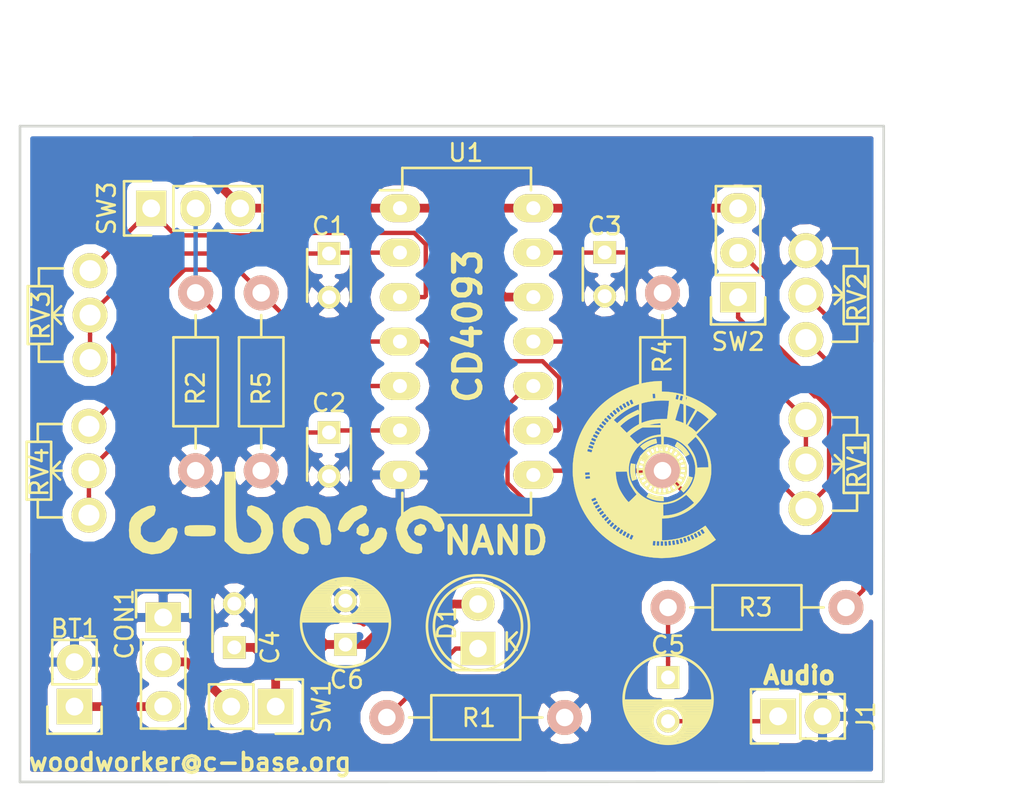
<source format=kicad_pcb>
(kicad_pcb (version 4) (host pcbnew 4.0.2-4+6225~38~ubuntu15.10.1-stable)
  (layers (0 F.Cu signal) (31 B.Cu signal) (34 B.Paste user) (35 F.Paste user) (36 B.SilkS user) (37 F.SilkS user) (38 B.Mask user) (39 F.Mask user) (44 Edge.Cuts user))
  (net 0 "")
  (net 1 "Net-(BT1-Pad1)")
  (net 2 GND)
  (net 3 "Net-(C1-Pad1)")
  (net 4 "Net-(C2-Pad1)")
  (net 5 "Net-(C3-Pad1)")
  (net 6 +9V)
  (net 7 "Net-(C5-Pad1)")
  (net 8 "Net-(C5-Pad2)")
  (net 9 "Net-(CON1-Pad2)")
  (net 10 "Net-(D1-Pad1)")
  (net 11 "Net-(R2-Pad1)")
  (net 12 "Net-(R3-Pad2)")
  (net 13 "Net-(R4-Pad1)")
  (net 14 "Net-(R5-Pad1)")
  (net 15 "Net-(RV1-Pad3)")
  (net 16 "Net-(RV2-Pad3)")
  (net 17 "Net-(RV3-Pad3)")
  (module Resistors_ThroughHole:Resistor_Horizontal_RM10mm (layer F.Cu) (at 191.643 116.332)
    (fp_text reference R1 (at 5.2578 0.0254) (layer F.SilkS))
    (fp_text value 1K)
    (pad 1 thru_hole circle (at 0 0) (size 1.99898 1.99898) (drill 1.00076) (layers *.Cu *.SilkS *.Mask) (net 10 "Net-(D1-Pad1)"))
    (pad 2 thru_hole circle (at 10.16 0) (size 1.99898 1.99898) (drill 1.00076) (layers *.Cu *.SilkS *.Mask) (net 2 GND))
  )
  (module Pin_Headers:Pin_Header_Straight_1x02 (layer F.Cu) (at 173.7995 115.7097 180)
    (fp_text reference BT1 (at 0 4.4577 180) (layer F.SilkS))
    (fp_text value Battery)
    (pad 1 thru_hole rect (at 0 0 180) (size 2.032 2.032) (drill 1.016) (layers *.Cu *.Mask F.SilkS) (net 1 "Net-(BT1-Pad1)"))
    (pad 2 thru_hole oval (at 0 2.54 180) (size 2.032 2.032) (drill 1.016) (layers *.Cu *.Mask F.SilkS) (net 2 GND))
  )
  (module Capacitors_ThroughHole:C_Disc_D3_P2.5 (layer F.Cu) (at 188.341 89.829 270)
    (fp_text reference C1 (at -1.564 0 360) (layer F.SilkS))
    (fp_text value 0.1uF)
    (pad 1 thru_hole rect (at 0 0 270) (size 1.3 1.3) (drill 0.8) (layers *.Cu *.Mask F.SilkS) (net 3 "Net-(C1-Pad1)"))
    (pad 2 thru_hole circle (at 2.5 0 270) (size 1.3 1.3) (drill 0.8001) (layers *.Cu *.Mask F.SilkS) (net 2 GND))
  )
  (module Capacitors_ThroughHole:C_Disc_D3_P2.5 (layer F.Cu) (at 188.341 100.0525 270)
    (fp_text reference C2 (at -1.691 0 540) (layer F.SilkS))
    (fp_text value 0.1uF)
    (pad 1 thru_hole rect (at 0 0 270) (size 1.3 1.3) (drill 0.8) (layers *.Cu *.Mask F.SilkS) (net 4 "Net-(C2-Pad1)"))
    (pad 2 thru_hole circle (at 2.5 0 270) (size 1.3 1.3) (drill 0.8001) (layers *.Cu *.Mask F.SilkS) (net 2 GND))
  )
  (module Capacitors_ThroughHole:C_Disc_D3_P2.5 (layer F.Cu) (at 204.089 89.7655 270)
    (fp_text reference C3 (at -1.5005 0 540) (layer F.SilkS))
    (fp_text value 0.1uF)
    (pad 1 thru_hole rect (at 0 0 270) (size 1.3 1.3) (drill 0.8) (layers *.Cu *.Mask F.SilkS) (net 5 "Net-(C3-Pad1)"))
    (pad 2 thru_hole circle (at 2.5 0 270) (size 1.3 1.3) (drill 0.8001) (layers *.Cu *.Mask F.SilkS) (net 2 GND))
  )
  (module Capacitors_ThroughHole:C_Disc_D3_P2.5 (layer F.Cu) (at 182.9308 112.3296 90)
    (fp_text reference C4 (at -0.0019 2.0447 270) (layer F.SilkS))
    (fp_text value 0.1uF)
    (pad 1 thru_hole rect (at 0 0 90) (size 1.3 1.3) (drill 0.8) (layers *.Cu *.Mask F.SilkS) (net 6 +9V))
    (pad 2 thru_hole circle (at 2.5 0 90) (size 1.3 1.3) (drill 0.8001) (layers *.Cu *.Mask F.SilkS) (net 2 GND))
  )
  (module Capacitors_ThroughHole:C_Radial_D5_L6_P2.5 (layer F.Cu) (at 207.7085 114.046 270)
    (fp_text reference C5 (at -1.8415 0 360) (layer F.SilkS))
    (fp_text value 2.2uF)
    (pad 1 thru_hole rect (at 0 0 270) (size 1.3 1.3) (drill 0.8) (layers *.Cu *.Mask F.SilkS) (net 7 "Net-(C5-Pad1)"))
    (pad 2 thru_hole circle (at 2.5 0 270) (size 1.3 1.3) (drill 0.8) (layers *.Cu *.Mask F.SilkS) (net 8 "Net-(C5-Pad2)"))
  )
  (module Capacitors_ThroughHole:C_Radial_D5_L6_P2.5 (layer F.Cu) (at 189.2808 112.1645 90)
    (fp_text reference C6 (at -2.0085 0.0762 360) (layer F.SilkS))
    (fp_text value 100uF)
    (pad 1 thru_hole rect (at 0 0 90) (size 1.3 1.3) (drill 0.8) (layers *.Cu *.Mask F.SilkS) (net 6 +9V))
    (pad 2 thru_hole circle (at 2.5 0 90) (size 1.3 1.3) (drill 0.8) (layers *.Cu *.Mask F.SilkS) (net 2 GND))
  )
  (module Pin_Headers:Pin_Header_Straight_1x03 (layer F.Cu) (at 178.8668 110.617)
    (fp_text reference CON1 (at -2.2098 0.381 90) (layer F.SilkS))
    (fp_text value BARREL_JACK)
    (pad 1 thru_hole rect (at 0 0) (size 2.032 1.7272) (drill 1.016) (layers *.Cu *.Mask F.SilkS) (net 2 GND))
    (pad 2 thru_hole oval (at 0 2.54) (size 2.032 1.7272) (drill 1.016) (layers *.Cu *.Mask F.SilkS) (net 9 "Net-(CON1-Pad2)"))
    (pad 3 thru_hole oval (at 0 5.08) (size 2.032 1.7272) (drill 1.016) (layers *.Cu *.Mask F.SilkS) (net 1 "Net-(BT1-Pad1)"))
  )
  (module LEDs:LED-5MM (layer F.Cu) (at 196.85 112.395 90)
    (fp_text reference D1 (at 1.4605 -1.778 90) (layer F.SilkS))
    (fp_text value LED)
    (fp_text user K (at 0.381 1.905 180) (layer F.SilkS))
    (pad 1 thru_hole rect (at 0 0 180) (size 2 1.9) (drill 1.00076) (layers *.Cu *.Mask F.SilkS) (net 10 "Net-(D1-Pad1)"))
    (pad 2 thru_hole circle (at 2.54 0 90) (size 1.9 1.9) (drill 1.00076) (layers *.Cu *.Mask F.SilkS) (net 6 +9V))
  )
  (module Pin_Headers:Pin_Header_Straight_1x02 (layer F.Cu) (at 213.995 116.2685 90)
    (fp_text reference J1 (at 0 5.0165 90) (layer F.SilkS))
    (fp_text value JACK_MONO)
    (pad 1 thru_hole rect (at 0 0 90) (size 2.032 2.032) (drill 1.016) (layers *.Cu *.Mask F.SilkS) (net 8 "Net-(C5-Pad2)"))
    (pad 2 thru_hole oval (at 0 2.54 90) (size 2.032 2.032) (drill 1.016) (layers *.Cu *.Mask F.SilkS) (net 2 GND))
  )
  (module Resistors_ThroughHole:Resistor_Horizontal_RM10mm (layer F.Cu) (at 180.721 92.075 270)
    (fp_text reference R2 (at 5.4483 0 270) (layer F.SilkS))
    (fp_text value 100K)
    (pad 1 thru_hole circle (at 0 0 270) (size 1.99898 1.99898) (drill 1.00076) (layers *.Cu *.SilkS *.Mask) (net 11 "Net-(R2-Pad1)"))
    (pad 2 thru_hole circle (at 10.16 0 270) (size 1.99898 1.99898) (drill 1.00076) (layers *.Cu *.SilkS *.Mask) (net 2 GND))
  )
  (module Resistors_ThroughHole:Resistor_Horizontal_RM10mm (layer F.Cu) (at 207.7085 110.0455)
    (fp_text reference R3 (at 4.9911 0) (layer F.SilkS))
    (fp_text value 100K)
    (pad 1 thru_hole circle (at 0 0) (size 1.99898 1.99898) (drill 1.00076) (layers *.Cu *.SilkS *.Mask) (net 7 "Net-(C5-Pad1)"))
    (pad 2 thru_hole circle (at 10.16 0) (size 1.99898 1.99898) (drill 1.00076) (layers *.Cu *.SilkS *.Mask) (net 12 "Net-(R3-Pad2)"))
  )
  (module Resistors_ThroughHole:Resistor_Horizontal_RM10mm (layer F.Cu) (at 207.391 102.235 90)
    (fp_text reference R4 (at 6.5405 0 90) (layer F.SilkS))
    (fp_text value 100K)
    (pad 1 thru_hole circle (at 0 0 90) (size 1.99898 1.99898) (drill 1.00076) (layers *.Cu *.SilkS *.Mask) (net 13 "Net-(R4-Pad1)"))
    (pad 2 thru_hole circle (at 10.16 0 90) (size 1.99898 1.99898) (drill 1.00076) (layers *.Cu *.SilkS *.Mask) (net 2 GND))
  )
  (module Resistors_ThroughHole:Resistor_Horizontal_RM10mm (layer F.Cu) (at 184.4675 92.075 270)
    (fp_text reference R5 (at 5.461 0 270) (layer F.SilkS))
    (fp_text value 100K)
    (pad 1 thru_hole circle (at 0 0 270) (size 1.99898 1.99898) (drill 1.00076) (layers *.Cu *.SilkS *.Mask) (net 14 "Net-(R5-Pad1)"))
    (pad 2 thru_hole circle (at 10.16 0 270) (size 1.99898 1.99898) (drill 1.00076) (layers *.Cu *.SilkS *.Mask) (net 2 GND))
  )
  (module Potentiometers:Potentiometer_WirePads_Small (layer F.Cu) (at 215.5825 99.314)
    (fp_text reference RV1 (at 2.921 2.54 270) (layer F.SilkS))
    (fp_text value 1M)
    (pad 2 thru_hole circle (at 0 2.54) (size 1.99898 1.99898) (drill 1.19888) (layers *.Cu *.Mask F.SilkS) (net 5 "Net-(C3-Pad1)"))
    (pad 3 thru_hole circle (at 0 5.08) (size 1.99898 1.99898) (drill 1.19888) (layers *.Cu *.Mask F.SilkS) (net 15 "Net-(RV1-Pad3)"))
    (pad 1 thru_hole circle (at 0 0) (size 1.99898 1.99898) (drill 1.19888) (layers *.Cu *.Mask F.SilkS) (net 5 "Net-(C3-Pad1)"))
  )
  (module Potentiometers:Potentiometer_WirePads_Small (layer F.Cu) (at 215.5825 89.662)
    (fp_text reference RV2 (at 2.921 2.667 90) (layer F.SilkS))
    (fp_text value 100KA)
    (pad 2 thru_hole circle (at 0 2.54) (size 1.99898 1.99898) (drill 1.19888) (layers *.Cu *.Mask F.SilkS) (net 12 "Net-(R3-Pad2)"))
    (pad 3 thru_hole circle (at 0 5.08) (size 1.99898 1.99898) (drill 1.19888) (layers *.Cu *.Mask F.SilkS) (net 16 "Net-(RV2-Pad3)"))
    (pad 1 thru_hole circle (at 0 0) (size 1.99898 1.99898) (drill 1.19888) (layers *.Cu *.Mask F.SilkS) (net 2 GND))
  )
  (module Potentiometers:Potentiometer_WirePads_Small (layer F.Cu) (at 174.6885 95.885 180)
    (fp_text reference RV3 (at 2.8194 2.5273 270) (layer F.SilkS))
    (fp_text value 1M)
    (pad 2 thru_hole circle (at 0 2.54 180) (size 1.99898 1.99898) (drill 1.19888) (layers *.Cu *.Mask F.SilkS) (net 3 "Net-(C1-Pad1)"))
    (pad 3 thru_hole circle (at 0 5.08 180) (size 1.99898 1.99898) (drill 1.19888) (layers *.Cu *.Mask F.SilkS) (net 17 "Net-(RV3-Pad3)"))
    (pad 1 thru_hole circle (at 0 0 180) (size 1.99898 1.99898) (drill 1.19888) (layers *.Cu *.Mask F.SilkS) (net 3 "Net-(C1-Pad1)"))
  )
  (module Potentiometers:Potentiometer_WirePads_Small (layer F.Cu) (at 174.625 104.775 180)
    (fp_text reference RV4 (at 2.8321 2.4511 270) (layer F.SilkS))
    (fp_text value 100K)
    (pad 2 thru_hole circle (at 0 2.54 180) (size 1.99898 1.99898) (drill 1.19888) (layers *.Cu *.Mask F.SilkS) (net 4 "Net-(C2-Pad1)"))
    (pad 3 thru_hole circle (at 0 5.08 180) (size 1.99898 1.99898) (drill 1.19888) (layers *.Cu *.Mask F.SilkS) (net 14 "Net-(R5-Pad1)"))
    (pad 1 thru_hole circle (at 0 0 180) (size 1.99898 1.99898) (drill 1.19888) (layers *.Cu *.Mask F.SilkS) (net 4 "Net-(C2-Pad1)"))
  )
  (module Pin_Headers:Pin_Header_Straight_1x02 (layer F.Cu) (at 185.293 115.7097 270)
    (fp_text reference SW1 (at 0 -2.6162 270) (layer F.SilkS))
    (fp_text value SPST)
    (pad 1 thru_hole rect (at 0 0 270) (size 2.032 2.032) (drill 1.016) (layers *.Cu *.Mask F.SilkS) (net 6 +9V))
    (pad 2 thru_hole oval (at 0 2.54 270) (size 2.032 2.032) (drill 1.016) (layers *.Cu *.Mask F.SilkS) (net 9 "Net-(CON1-Pad2)"))
  )
  (module Pin_Headers:Pin_Header_Straight_1x03 (layer F.Cu) (at 211.709 92.329 180)
    (fp_text reference SW2 (at 0 -2.54 180) (layer F.SilkS))
    (fp_text value SWITCH_INV)
    (pad 1 thru_hole rect (at 0 0 180) (size 2.032 1.7272) (drill 1.016) (layers *.Cu *.Mask F.SilkS) (net 15 "Net-(RV1-Pad3)"))
    (pad 2 thru_hole oval (at 0 2.54 180) (size 2.032 1.7272) (drill 1.016) (layers *.Cu *.Mask F.SilkS) (net 13 "Net-(R4-Pad1)"))
    (pad 3 thru_hole oval (at 0 5.08 180) (size 2.032 1.7272) (drill 1.016) (layers *.Cu *.Mask F.SilkS) (net 6 +9V))
  )
  (module Pin_Headers:Pin_Header_Straight_1x03 (layer F.Cu) (at 178.181 87.249 90)
    (fp_text reference SW3 (at 0 -2.54 90) (layer F.SilkS))
    (fp_text value SWITCH_INV)
    (pad 1 thru_hole rect (at 0 0 90) (size 2.032 1.7272) (drill 1.016) (layers *.Cu *.Mask F.SilkS) (net 17 "Net-(RV3-Pad3)"))
    (pad 2 thru_hole oval (at 0 2.54 90) (size 2.032 1.7272) (drill 1.016) (layers *.Cu *.Mask F.SilkS) (net 11 "Net-(R2-Pad1)"))
    (pad 3 thru_hole oval (at 0 5.08 90) (size 2.032 1.7272) (drill 1.016) (layers *.Cu *.Mask F.SilkS) (net 6 +9V))
  )
  (module Housings_DIP:DIP-14_W7.62mm_LongPads (layer F.Cu) (at 192.3923 87.2363)
    (fp_text reference U1 (at 3.7592 -3.1623) (layer F.SilkS))
    (fp_text value 4093)
    (pad 1 thru_hole oval (at 0 0) (size 2.3 1.6) (drill 0.8) (layers *.Cu *.Mask F.SilkS) (net 6 +9V))
    (pad 2 thru_hole oval (at 0 2.54) (size 2.3 1.6) (drill 0.8) (layers *.Cu *.Mask F.SilkS) (net 3 "Net-(C1-Pad1)"))
    (pad 3 thru_hole oval (at 0 5.08) (size 2.3 1.6) (drill 0.8) (layers *.Cu *.Mask F.SilkS) (net 17 "Net-(RV3-Pad3)"))
    (pad 4 thru_hole oval (at 0 7.62) (size 2.3 1.6) (drill 0.8) (layers *.Cu *.Mask F.SilkS) (net 14 "Net-(R5-Pad1)"))
    (pad 5 thru_hole oval (at 0 10.16) (size 2.3 1.6) (drill 0.8) (layers *.Cu *.Mask F.SilkS) (net 11 "Net-(R2-Pad1)"))
    (pad 6 thru_hole oval (at 0 12.7) (size 2.3 1.6) (drill 0.8) (layers *.Cu *.Mask F.SilkS) (net 4 "Net-(C2-Pad1)"))
    (pad 7 thru_hole oval (at 0 15.24) (size 2.3 1.6) (drill 0.8) (layers *.Cu *.Mask F.SilkS) (net 2 GND))
    (pad 8 thru_hole oval (at 7.62 15.24) (size 2.3 1.6) (drill 0.8) (layers *.Cu *.Mask F.SilkS) (net 13 "Net-(R4-Pad1)"))
    (pad 9 thru_hole oval (at 7.62 12.7) (size 2.3 1.6) (drill 0.8) (layers *.Cu *.Mask F.SilkS) (net 14 "Net-(R5-Pad1)"))
    (pad 10 thru_hole oval (at 7.62 10.16) (size 2.3 1.6) (drill 0.8) (layers *.Cu *.Mask F.SilkS) (net 16 "Net-(RV2-Pad3)"))
    (pad 11 thru_hole oval (at 7.62 7.62) (size 2.3 1.6) (drill 0.8) (layers *.Cu *.Mask F.SilkS) (net 15 "Net-(RV1-Pad3)"))
    (pad 12 thru_hole oval (at 7.62 5.08) (size 2.3 1.6) (drill 0.8) (layers *.Cu *.Mask F.SilkS) (net 6 +9V))
    (pad 13 thru_hole oval (at 7.62 2.54) (size 2.3 1.6) (drill 0.8) (layers *.Cu *.Mask F.SilkS) (net 5 "Net-(C3-Pad1)"))
    (pad 14 thru_hole oval (at 7.62 0) (size 2.3 1.6) (drill 0.8) (layers *.Cu *.Mask F.SilkS) (net 6 +9V))
  )
  (module kicad-cbase:c-base-logo-ceva (layer F.Cu) (at 185.928 104.7115)
    (fp_text reference G*** hide)
    (fp_text value LOGO hide)
  )
  (module kicad-cbase:c-base (layer F.Cu) (at 206.375 102.1715)
    (fp_text reference G*** hide)
    (fp_text value LOGO hide)
  )
  (gr_text woodworker@c-base.org (at 180.4035 118.872) (layer F.SilkS) (effects (font (size 1 1) (thickness 0.2))))
  (gr_text CD4093 (at 196.2785 93.98 90) (layer F.SilkS) (effects (font (size 1.5 1.5) (thickness 0.3))))
  (gr_text Audio (at 215.2015 113.919) (layer F.SilkS) (effects (font (size 1 1) (thickness 0.25))))
  (gr_text NAND (at 197.866 106.2355) (layer F.SilkS) (effects (font (size 1.5 1.5) (thickness 0.3))))
  (gr_line (start 220.0275 82.55) (end 170.688 82.55) (layer Edge.Cuts) (width 0.15))
  (gr_line (start 220 120) (end 220.0275 82.55) (layer Edge.Cuts) (width 0.15))
  (gr_line (start 170.688 120.015) (end 220 120) (layer Edge.Cuts) (width 0.15))
  (gr_line (start 170.688 82.55) (end 170.688 120.015) (layer Edge.Cuts) (width 0.15))
  (segment (start 173.7995 115.7097) (end 178.8541 115.7097) (width 0.5) (layer F.Cu) (net 1))
  (segment (start 178.8541 115.7097) (end 178.8668 115.697) (width 0.5) (layer F.Cu) (net 1))
  (segment (start 174.6885 95.885) (end 174.6885 94.471508) (width 0.25) (layer F.Cu) (net 3))
  (segment (start 174.6885 94.471508) (end 174.6885 93.345) (width 0.25) (layer F.Cu) (net 3))
  (segment (start 192.3923 89.7763) (end 188.3937 89.7763) (width 0.25) (layer F.Cu) (net 3))
  (segment (start 188.3937 89.7763) (end 188.341 89.829) (width 0.25) (layer F.Cu) (net 3))
  (segment (start 174.6885 93.345) (end 178.2045 89.829) (width 0.25) (layer F.Cu) (net 3))
  (segment (start 178.2045 89.829) (end 188.341 89.829) (width 0.25) (layer F.Cu) (net 3))
  (segment (start 174.625 102.235) (end 174.625 103.648492) (width 0.25) (layer F.Cu) (net 4))
  (segment (start 174.625 103.648492) (end 174.625 104.775) (width 0.25) (layer F.Cu) (net 4))
  (segment (start 188.341 100.0525) (end 176.8075 100.0525) (width 0.25) (layer F.Cu) (net 4))
  (segment (start 176.8075 100.0525) (end 174.625 102.235) (width 0.25) (layer F.Cu) (net 4))
  (segment (start 192.3923 99.9363) (end 188.4572 99.9363) (width 0.25) (layer F.Cu) (net 4))
  (segment (start 188.4572 99.9363) (end 188.341 100.0525) (width 0.25) (layer F.Cu) (net 4))
  (segment (start 215.5825 101.854) (end 215.5825 99.314) (width 0.25) (layer F.Cu) (net 5))
  (segment (start 209.55 91.977752) (end 209.55 93.2815) (width 0.25) (layer F.Cu) (net 5))
  (segment (start 209.55 93.2815) (end 215.5825 99.314) (width 0.25) (layer F.Cu) (net 5))
  (segment (start 204.089 89.7655) (end 207.337748 89.7655) (width 0.25) (layer F.Cu) (net 5))
  (segment (start 207.337748 89.7655) (end 209.55 91.977752) (width 0.25) (layer F.Cu) (net 5))
  (segment (start 200.0123 89.7763) (end 204.0782 89.7763) (width 0.25) (layer F.Cu) (net 5))
  (segment (start 204.0782 89.7763) (end 204.089 89.7655) (width 0.25) (layer F.Cu) (net 5))
  (segment (start 189.2808 112.1645) (end 190.4308 112.1645) (width 0.5) (layer F.Cu) (net 6))
  (segment (start 190.4308 112.1645) (end 192.7403 109.855) (width 0.5) (layer F.Cu) (net 6))
  (segment (start 192.7403 109.855) (end 195.506498 109.855) (width 0.5) (layer F.Cu) (net 6))
  (segment (start 195.506498 109.855) (end 196.85 109.855) (width 0.5) (layer F.Cu) (net 6))
  (segment (start 188.1308 112.1645) (end 182.9638 106.9975) (width 0.5) (layer F.Cu) (net 6))
  (segment (start 172.6565 106.9975) (end 171.7675 106.1085) (width 0.5) (layer F.Cu) (net 6))
  (segment (start 180.2384 84.074) (end 183.261 87.0966) (width 0.5) (layer F.Cu) (net 6))
  (segment (start 182.9638 106.9975) (end 172.6565 106.9975) (width 0.5) (layer F.Cu) (net 6))
  (segment (start 171.7675 106.1085) (end 171.7675 85.598) (width 0.5) (layer F.Cu) (net 6))
  (segment (start 171.7675 85.598) (end 173.2915 84.074) (width 0.5) (layer F.Cu) (net 6))
  (segment (start 173.2915 84.074) (end 180.2384 84.074) (width 0.5) (layer F.Cu) (net 6))
  (segment (start 183.261 87.0966) (end 183.261 87.249) (width 0.5) (layer F.Cu) (net 6))
  (segment (start 200.0123 87.2363) (end 211.6963 87.2363) (width 0.5) (layer F.Cu) (net 6))
  (segment (start 211.6963 87.2363) (end 211.709 87.249) (width 0.5) (layer F.Cu) (net 6))
  (segment (start 192.405 87.2236) (end 192.3923 87.2363) (width 0.5) (layer F.Cu) (net 6))
  (segment (start 192.3923 87.2363) (end 183.2737 87.2363) (width 0.5) (layer F.Cu) (net 6))
  (segment (start 183.2737 87.2363) (end 183.261 87.249) (width 0.5) (layer F.Cu) (net 6))
  (segment (start 189.2808 112.1645) (end 189.5875 112.1645) (width 0.5) (layer B.Cu) (net 6))
  (segment (start 189.5875 112.1645) (end 190.0555 111.6965) (width 0.5) (layer B.Cu) (net 6))
  (segment (start 194.0423 87.2363) (end 197.612 87.2363) (width 0.5) (layer F.Cu) (net 6))
  (segment (start 197.612 87.2363) (end 200.0123 87.2363) (width 0.5) (layer F.Cu) (net 6))
  (segment (start 200.0123 92.3163) (end 198.3623 92.3163) (width 0.5) (layer F.Cu) (net 6))
  (segment (start 198.3623 92.3163) (end 197.612 91.566) (width 0.5) (layer F.Cu) (net 6))
  (segment (start 197.612 91.566) (end 197.612 87.2363) (width 0.5) (layer F.Cu) (net 6))
  (segment (start 192.3923 87.2363) (end 194.0423 87.2363) (width 0.5) (layer F.Cu) (net 6))
  (segment (start 189.2808 112.1645) (end 188.1308 112.1645) (width 0.5) (layer F.Cu) (net 6))
  (segment (start 188.1308 112.1645) (end 186.7535 113.5418) (width 0.5) (layer F.Cu) (net 6))
  (segment (start 186.7535 113.5418) (end 185.293 113.5418) (width 0.5) (layer F.Cu) (net 6))
  (segment (start 182.9308 112.3296) (end 184.0808 112.3296) (width 0.5) (layer F.Cu) (net 6))
  (segment (start 185.293 113.5418) (end 185.293 114.1937) (width 0.5) (layer F.Cu) (net 6))
  (segment (start 184.0808 112.3296) (end 185.293 113.5418) (width 0.5) (layer F.Cu) (net 6))
  (segment (start 185.293 114.1937) (end 185.293 115.7097) (width 0.5) (layer F.Cu) (net 6))
  (segment (start 207.7085 114.046) (end 207.7085 113.146) (width 0.25) (layer F.Cu) (net 7))
  (segment (start 207.7085 113.146) (end 207.7085 110.0455) (width 0.25) (layer F.Cu) (net 7))
  (segment (start 207.7085 116.546) (end 213.7175 116.546) (width 0.25) (layer F.Cu) (net 8))
  (segment (start 213.7175 116.546) (end 213.995 116.2685) (width 0.25) (layer F.Cu) (net 8))
  (segment (start 178.8668 113.157) (end 180.2003 113.157) (width 0.5) (layer F.Cu) (net 9))
  (segment (start 180.2003 113.157) (end 182.753 115.7097) (width 0.5) (layer F.Cu) (net 9))
  (segment (start 191.643 116.332) (end 195.58 112.395) (width 0.25) (layer F.Cu) (net 10))
  (segment (start 195.58 112.395) (end 196.85 112.395) (width 0.25) (layer F.Cu) (net 10))
  (segment (start 180.721 92.075) (end 180.721 90.661508) (width 0.25) (layer B.Cu) (net 11))
  (segment (start 180.721 90.661508) (end 180.721 87.249) (width 0.25) (layer B.Cu) (net 11))
  (segment (start 181.720489 93.074489) (end 180.721 92.075) (width 0.25) (layer F.Cu) (net 11))
  (segment (start 186.0423 97.3963) (end 181.720489 93.074489) (width 0.25) (layer F.Cu) (net 11))
  (segment (start 192.3923 97.3963) (end 186.0423 97.3963) (width 0.25) (layer F.Cu) (net 11))
  (segment (start 217.8685 110.0455) (end 218.867989 109.046011) (width 0.25) (layer F.Cu) (net 12))
  (segment (start 218.867989 109.046011) (end 218.867989 95.487489) (width 0.25) (layer F.Cu) (net 12))
  (segment (start 216.581989 93.201489) (end 215.5825 92.202) (width 0.25) (layer F.Cu) (net 12))
  (segment (start 218.867989 95.487489) (end 216.581989 93.201489) (width 0.25) (layer F.Cu) (net 12))
  (segment (start 215.066249 106.8705) (end 217.356999 104.57975) (width 0.25) (layer F.Cu) (net 13))
  (segment (start 217.356999 98.49184) (end 213.6775 94.812341) (width 0.25) (layer F.Cu) (net 13))
  (segment (start 207.391 102.235) (end 212.0265 106.8705) (width 0.25) (layer F.Cu) (net 13))
  (segment (start 212.0265 106.8705) (end 215.066249 106.8705) (width 0.25) (layer F.Cu) (net 13))
  (segment (start 217.356999 104.57975) (end 217.356999 98.49184) (width 0.25) (layer F.Cu) (net 13))
  (segment (start 213.6775 91.6051) (end 211.8614 89.789) (width 0.25) (layer F.Cu) (net 13))
  (segment (start 211.8614 89.789) (end 211.709 89.789) (width 0.25) (layer F.Cu) (net 13))
  (segment (start 213.6775 94.812341) (end 213.6775 91.6051) (width 0.25) (layer F.Cu) (net 13))
  (segment (start 207.391 102.235) (end 200.2536 102.235) (width 0.25) (layer F.Cu) (net 13))
  (segment (start 200.2536 102.235) (end 200.0123 102.4763) (width 0.25) (layer F.Cu) (net 13))
  (segment (start 200.0123 99.9363) (end 201.4123 99.9363) (width 0.25) (layer F.Cu) (net 14))
  (segment (start 201.48731 96.930306) (end 200.538314 95.98131) (width 0.25) (layer F.Cu) (net 14))
  (segment (start 201.4123 99.9363) (end 201.48731 99.86129) (width 0.25) (layer F.Cu) (net 14))
  (segment (start 200.538314 95.98131) (end 194.91731 95.98131) (width 0.25) (layer F.Cu) (net 14))
  (segment (start 201.48731 99.86129) (end 201.48731 96.930306) (width 0.25) (layer F.Cu) (net 14))
  (segment (start 194.91731 95.98131) (end 193.7923 94.8563) (width 0.25) (layer F.Cu) (net 14))
  (segment (start 193.7923 94.8563) (end 192.3923 94.8563) (width 0.25) (layer F.Cu) (net 14))
  (segment (start 174.625 99.695) (end 176.012991 98.307009) (width 0.25) (layer F.Cu) (net 14))
  (segment (start 176.012991 98.307009) (end 176.012991 94.822761) (width 0.25) (layer F.Cu) (net 14))
  (segment (start 176.012991 94.822761) (end 180.085243 90.750509) (width 0.25) (layer F.Cu) (net 14))
  (segment (start 180.085243 90.750509) (end 183.143009 90.750509) (width 0.25) (layer F.Cu) (net 14))
  (segment (start 183.468011 91.075511) (end 184.4675 92.075) (width 0.25) (layer F.Cu) (net 14))
  (segment (start 183.143009 90.750509) (end 183.468011 91.075511) (width 0.25) (layer F.Cu) (net 14))
  (segment (start 184.4675 92.075) (end 187.2488 94.8563) (width 0.25) (layer F.Cu) (net 14))
  (segment (start 187.2488 94.8563) (end 192.3923 94.8563) (width 0.25) (layer F.Cu) (net 14))
  (segment (start 200.0123 94.8563) (end 206.0448 94.8563) (width 0.25) (layer F.Cu) (net 15))
  (segment (start 206.0448 94.8563) (end 215.5825 104.394) (width 0.25) (layer F.Cu) (net 15))
  (segment (start 215.5825 104.394) (end 216.906991 103.069509) (width 0.25) (layer F.Cu) (net 15))
  (segment (start 216.906991 98.678243) (end 216.218257 97.989509) (width 0.25) (layer F.Cu) (net 15))
  (segment (start 211.709 93.4426) (end 211.709 92.329) (width 0.25) (layer F.Cu) (net 15))
  (segment (start 216.906991 103.069509) (end 216.906991 98.678243) (width 0.25) (layer F.Cu) (net 15))
  (segment (start 216.218257 97.989509) (end 216.096687 97.989509) (width 0.25) (layer F.Cu) (net 15))
  (segment (start 214.682478 96.5753) (end 214.682478 96.45373) (width 0.25) (layer F.Cu) (net 15))
  (segment (start 216.096687 97.989509) (end 214.682478 96.5753) (width 0.25) (layer F.Cu) (net 15))
  (segment (start 211.709 93.480252) (end 211.709 93.4426) (width 0.25) (layer F.Cu) (net 15))
  (segment (start 214.682478 96.45373) (end 211.709 93.480252) (width 0.25) (layer F.Cu) (net 15))
  (segment (start 214.623159 107.95) (end 203.544996 107.95) (width 0.25) (layer F.Cu) (net 16))
  (segment (start 198.53729 98.52131) (end 199.6623 97.3963) (width 0.25) (layer F.Cu) (net 16))
  (segment (start 203.544996 107.95) (end 198.53729 102.942294) (width 0.25) (layer F.Cu) (net 16))
  (segment (start 198.53729 102.942294) (end 198.53729 98.52131) (width 0.25) (layer F.Cu) (net 16))
  (segment (start 199.6623 97.3963) (end 200.0123 97.3963) (width 0.25) (layer F.Cu) (net 16))
  (segment (start 217.80701 96.96651) (end 217.80701 104.766149) (width 0.25) (layer F.Cu) (net 16))
  (segment (start 215.5825 94.742) (end 217.80701 96.96651) (width 0.25) (layer F.Cu) (net 16))
  (segment (start 217.80701 104.766149) (end 214.623159 107.95) (width 0.25) (layer F.Cu) (net 16))
  (segment (start 192.3923 92.3163) (end 193.7923 92.3163) (width 0.25) (layer F.Cu) (net 17))
  (segment (start 193.7923 92.3163) (end 193.86731 92.24129) (width 0.25) (layer F.Cu) (net 17))
  (segment (start 193.86731 92.24129) (end 193.86731 89.310306) (width 0.25) (layer F.Cu) (net 17))
  (segment (start 193.86731 89.310306) (end 193.208294 88.65129) (width 0.25) (layer F.Cu) (net 17))
  (segment (start 193.208294 88.65129) (end 183.974901 88.65129) (width 0.25) (layer F.Cu) (net 17))
  (segment (start 179.56961 88.79001) (end 178.181 87.4014) (width 0.25) (layer F.Cu) (net 17))
  (segment (start 183.974901 88.65129) (end 183.836181 88.79001) (width 0.25) (layer F.Cu) (net 17))
  (segment (start 183.836181 88.79001) (end 179.56961 88.79001) (width 0.25) (layer F.Cu) (net 17))
  (segment (start 178.181 87.4014) (end 178.181 87.249) (width 0.25) (layer F.Cu) (net 17))
  (segment (start 174.6885 90.805) (end 178.181 87.3125) (width 0.25) (layer F.Cu) (net 17))
  (segment (start 178.181 87.3125) (end 178.181 87.249) (width 0.25) (layer F.Cu) (net 17))
  (zone (net 2) (net_name GND) (layer B.Cu) (connect_pads (clearance 0.508)) (min_thickness 0.254) (fill yes (arc_segments 16) (thermal_gap 0.508) (thermal_bridge_width 0.508))
    (polygon (pts (xy 170.18 81.915) (xy 220.345 81.915) (xy 220.345 120.65) (xy 170.18 120.65)))
  )
  (zone (net 2) (net_name GND) (layer F.Cu) (connect_pads (clearance 0.508)) (min_thickness 0.254) (fill yes (arc_segments 16) (thermal_gap 0.508) (thermal_bridge_width 0.508))
    (polygon (pts (xy 169.545 81.28) (xy 220.98 81.28) (xy 220.98 121.285) (xy 169.545 121.285)))
  )
)
</source>
